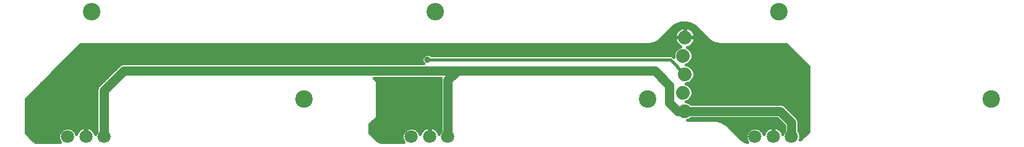
<source format=gbl>
G75*
%MOIN*%
%OFA0B0*%
%FSLAX24Y24*%
%IPPOS*%
%LPD*%
%AMOC8*
5,1,8,0,0,1.08239X$1,22.5*
%
%ADD10C,0.0709*%
%ADD11C,0.0945*%
%ADD12C,0.0740*%
%ADD13C,0.0500*%
%ADD14C,0.0160*%
%ADD15C,0.0337*%
D10*
X004762Y001086D03*
X005746Y001086D03*
X006730Y001086D03*
X023266Y001086D03*
X024250Y001086D03*
X025234Y001086D03*
X041770Y001086D03*
X042754Y001086D03*
X043738Y001086D03*
D11*
X035982Y003133D03*
X017478Y003133D03*
X024565Y007857D03*
X006061Y007857D03*
X043069Y007857D03*
X054486Y003133D03*
D12*
X038001Y002479D03*
X037901Y003479D03*
X038001Y004479D03*
X037901Y005479D03*
X038001Y006479D03*
D13*
X036376Y004668D02*
X037163Y003881D01*
X037163Y002936D01*
X037620Y002479D01*
X038001Y002479D01*
X043132Y002479D01*
X043738Y001873D01*
X043738Y001086D01*
X025746Y004668D02*
X025234Y004156D01*
X025234Y001086D01*
X025746Y004668D02*
X007793Y004668D01*
X006730Y003605D01*
X006730Y001086D01*
X025746Y004668D02*
X036376Y004668D01*
D14*
X002959Y000852D02*
X002896Y000914D01*
X002518Y001293D01*
X002518Y003133D01*
X005470Y006086D01*
X037617Y006086D01*
X037642Y006060D01*
X037712Y006009D01*
X037773Y005978D01*
X037612Y005912D01*
X037468Y005768D01*
X037437Y005692D01*
X035982Y005692D01*
X035982Y006086D01*
X036106Y006094D01*
X036228Y006118D01*
X036346Y006158D01*
X036457Y006213D01*
X036561Y006282D01*
X036654Y006364D01*
X037279Y006988D01*
X037392Y007085D01*
X037519Y007163D01*
X037657Y007220D01*
X037802Y007255D01*
X037951Y007267D01*
X038099Y007255D01*
X038244Y007220D01*
X038382Y007163D01*
X038509Y007085D01*
X038623Y006988D01*
X039180Y006431D01*
X039296Y006330D01*
X039424Y006244D01*
X039563Y006175D01*
X039709Y006126D01*
X039861Y006096D01*
X040015Y006086D01*
X040313Y006086D01*
X040313Y005692D01*
X038365Y005692D01*
X038333Y005768D01*
X038190Y005912D01*
X038119Y005941D01*
X038130Y005943D01*
X038212Y005970D01*
X038289Y006009D01*
X038359Y006060D01*
X038420Y006121D01*
X038471Y006191D01*
X038510Y006268D01*
X038537Y006350D01*
X038551Y006436D01*
X038551Y006459D01*
X038021Y006459D01*
X038021Y006499D01*
X038551Y006499D01*
X038551Y006522D01*
X038537Y006608D01*
X038510Y006690D01*
X038471Y006767D01*
X038420Y006838D01*
X038359Y006899D01*
X038289Y006950D01*
X038212Y006989D01*
X038130Y007016D01*
X038044Y007029D01*
X038021Y007029D01*
X038021Y006499D01*
X037981Y006499D01*
X037981Y007029D01*
X037957Y007029D01*
X037872Y007016D01*
X037790Y006989D01*
X037712Y006950D01*
X037642Y006899D01*
X037581Y006838D01*
X037530Y006767D01*
X037491Y006690D01*
X037464Y006608D01*
X037451Y006522D01*
X037451Y006499D01*
X037981Y006499D01*
X037981Y006459D01*
X037451Y006459D01*
X037451Y006436D01*
X037464Y006350D01*
X037491Y006268D01*
X037530Y006191D01*
X037581Y006121D01*
X037642Y006060D01*
X037712Y006009D01*
X037773Y005978D01*
X037612Y005912D01*
X037468Y005768D01*
X037391Y005581D01*
X037391Y005400D01*
X037304Y005487D01*
X024356Y005487D01*
X024314Y005528D01*
X024201Y005575D01*
X024078Y005575D01*
X023965Y005528D01*
X023878Y005441D01*
X023831Y005328D01*
X023831Y005205D01*
X023878Y005092D01*
X023912Y005058D01*
X007716Y005058D01*
X007572Y004999D01*
X007463Y004889D01*
X006400Y003826D01*
X006340Y003683D01*
X006340Y001395D01*
X006311Y001366D01*
X006258Y001238D01*
X006241Y001291D01*
X006203Y001366D01*
X006154Y001434D01*
X006094Y001493D01*
X006026Y001543D01*
X005951Y001581D01*
X005871Y001607D01*
X005788Y001620D01*
X005784Y001620D01*
X005784Y001124D01*
X005708Y001124D01*
X005708Y001620D01*
X005704Y001620D01*
X005621Y001607D01*
X005541Y001581D01*
X005466Y001543D01*
X005398Y001493D01*
X005338Y001434D01*
X005289Y001366D01*
X005251Y001291D01*
X005234Y001238D01*
X005181Y001366D01*
X005042Y001505D01*
X004860Y001580D01*
X004663Y001580D01*
X004482Y001505D01*
X004343Y001366D01*
X004267Y001184D01*
X004267Y000987D01*
X004343Y000805D01*
X004344Y000804D01*
X003074Y000804D01*
X003042Y000807D01*
X002983Y000831D01*
X002959Y000852D01*
X003025Y000814D02*
X004339Y000814D01*
X004273Y000973D02*
X002838Y000973D01*
X002679Y001131D02*
X004267Y001131D01*
X004311Y001290D02*
X002521Y001290D01*
X002518Y001448D02*
X004425Y001448D01*
X005098Y001448D02*
X005353Y001448D01*
X005250Y001290D02*
X005212Y001290D01*
X005708Y001290D02*
X005784Y001290D01*
X005784Y001448D02*
X005708Y001448D01*
X006139Y001448D02*
X006340Y001448D01*
X006280Y001290D02*
X006242Y001290D01*
X005784Y001131D02*
X005708Y001131D01*
X005708Y001607D02*
X005784Y001607D01*
X005872Y001607D02*
X006340Y001607D01*
X006340Y001765D02*
X002518Y001765D01*
X002518Y001607D02*
X005620Y001607D01*
X006340Y001924D02*
X002518Y001924D01*
X002518Y002082D02*
X006340Y002082D01*
X006340Y002241D02*
X002518Y002241D01*
X002518Y002399D02*
X006340Y002399D01*
X006340Y002558D02*
X002518Y002558D01*
X002518Y002716D02*
X006340Y002716D01*
X006340Y002875D02*
X002518Y002875D01*
X002518Y003033D02*
X006340Y003033D01*
X006340Y003192D02*
X002576Y003192D01*
X002735Y003350D02*
X006340Y003350D01*
X006340Y003509D02*
X002893Y003509D01*
X003052Y003667D02*
X006340Y003667D01*
X006399Y003826D02*
X003210Y003826D01*
X003369Y003984D02*
X006558Y003984D01*
X006716Y004143D02*
X003527Y004143D01*
X003686Y004301D02*
X006875Y004301D01*
X007033Y004460D02*
X003844Y004460D01*
X004003Y004618D02*
X007192Y004618D01*
X007350Y004777D02*
X004161Y004777D01*
X004320Y004935D02*
X007509Y004935D01*
X004795Y005411D02*
X023865Y005411D01*
X024064Y005569D02*
X004954Y005569D01*
X005112Y005728D02*
X037452Y005728D01*
X035982Y005728D01*
X035982Y005886D02*
X037586Y005886D01*
X005271Y005886D01*
X005429Y006045D02*
X037663Y006045D01*
X035982Y006045D01*
X036437Y006203D02*
X037524Y006203D01*
X037463Y006362D02*
X036652Y006362D01*
X036810Y006520D02*
X037451Y006520D01*
X037487Y006679D02*
X036969Y006679D01*
X037981Y006679D02*
X038021Y006679D01*
X038021Y006520D02*
X037981Y006520D01*
X038514Y006679D02*
X038933Y006679D01*
X039091Y006520D02*
X038551Y006520D01*
X038539Y006362D02*
X039259Y006362D01*
X039507Y006203D02*
X038477Y006203D01*
X038385Y006086D02*
X043463Y006086D01*
X044644Y004904D01*
X044644Y001361D01*
X044206Y000924D01*
X044232Y000987D01*
X044232Y001184D01*
X044157Y001366D01*
X044128Y001395D01*
X044128Y001950D01*
X044069Y002094D01*
X043959Y002204D01*
X043353Y002810D01*
X043209Y002869D01*
X043054Y002869D01*
X038332Y002869D01*
X038290Y002912D01*
X038102Y002989D01*
X038050Y002989D01*
X038190Y003047D01*
X038333Y003190D01*
X038411Y003378D01*
X038411Y003581D01*
X038333Y003768D01*
X038190Y003912D01*
X038050Y003969D01*
X038102Y003969D01*
X038290Y004047D01*
X038433Y004190D01*
X038511Y004378D01*
X038511Y004581D01*
X038433Y004768D01*
X038290Y004912D01*
X038102Y004989D01*
X038050Y004989D01*
X038190Y005047D01*
X038333Y005190D01*
X038411Y005378D01*
X038411Y005581D01*
X038333Y005768D01*
X038190Y005912D01*
X038119Y005941D01*
X038130Y005943D01*
X038212Y005970D01*
X038289Y006009D01*
X038359Y006060D01*
X038385Y006086D01*
X038338Y006045D02*
X040313Y006045D01*
X040313Y005886D02*
X038215Y005886D01*
X043662Y005886D01*
X043821Y005728D02*
X038350Y005728D01*
X040313Y005728D01*
X038411Y005569D02*
X043979Y005569D01*
X044138Y005411D02*
X038411Y005411D01*
X038359Y005252D02*
X044296Y005252D01*
X044455Y005094D02*
X038236Y005094D01*
X038233Y004935D02*
X044613Y004935D01*
X044644Y004777D02*
X038425Y004777D01*
X038495Y004618D02*
X044644Y004618D01*
X044644Y004460D02*
X038511Y004460D01*
X038479Y004301D02*
X044644Y004301D01*
X044644Y004143D02*
X038385Y004143D01*
X038138Y003984D02*
X044644Y003984D01*
X044644Y003826D02*
X038276Y003826D01*
X038375Y003667D02*
X044644Y003667D01*
X044644Y003509D02*
X038411Y003509D01*
X038399Y003350D02*
X044644Y003350D01*
X044644Y003192D02*
X038334Y003192D01*
X038156Y003033D02*
X044644Y003033D01*
X044644Y002875D02*
X038327Y002875D01*
X038332Y002089D02*
X042970Y002089D01*
X043348Y001711D01*
X043348Y001395D01*
X043319Y001366D01*
X043266Y001238D01*
X043249Y001291D01*
X043211Y001366D01*
X043161Y001434D01*
X043102Y001493D01*
X043034Y001543D01*
X042959Y001581D01*
X042879Y001607D01*
X042796Y001620D01*
X042792Y001620D01*
X042792Y001124D01*
X042716Y001124D01*
X042716Y001620D01*
X042712Y001620D01*
X042629Y001607D01*
X042549Y001581D01*
X042474Y001543D01*
X042406Y001493D01*
X042346Y001434D01*
X042297Y001366D01*
X042259Y001291D01*
X042242Y001238D01*
X042189Y001366D01*
X042050Y001505D01*
X041868Y001580D01*
X041671Y001580D01*
X041490Y001505D01*
X041351Y001366D01*
X041275Y001184D01*
X041275Y000987D01*
X041349Y000810D01*
X041213Y000846D01*
X041087Y000919D01*
X041032Y000967D01*
X040965Y001034D01*
X040374Y001625D01*
X040312Y001687D01*
X040218Y001782D01*
X040218Y001782D01*
X039986Y001915D01*
X039986Y001915D01*
X039727Y001985D01*
X038140Y001985D01*
X038290Y002047D01*
X038332Y002089D01*
X038325Y002082D02*
X042977Y002082D01*
X043136Y001924D02*
X039956Y001924D01*
X040234Y001765D02*
X043294Y001765D01*
X043348Y001607D02*
X042880Y001607D01*
X042792Y001607D02*
X042716Y001607D01*
X042628Y001607D02*
X040393Y001607D01*
X040312Y001687D02*
X040312Y001687D01*
X040551Y001448D02*
X041433Y001448D01*
X041319Y001290D02*
X040710Y001290D01*
X040868Y001131D02*
X041275Y001131D01*
X041281Y000973D02*
X041027Y000973D01*
X041333Y000814D02*
X041347Y000814D01*
X042716Y001131D02*
X042792Y001131D01*
X042792Y001290D02*
X042716Y001290D01*
X042716Y001448D02*
X042792Y001448D01*
X043147Y001448D02*
X043348Y001448D01*
X043288Y001290D02*
X043249Y001290D01*
X042361Y001448D02*
X042106Y001448D01*
X042220Y001290D02*
X042258Y001290D01*
X044128Y001448D02*
X044644Y001448D01*
X044572Y001290D02*
X044189Y001290D01*
X044232Y001131D02*
X044414Y001131D01*
X044255Y000973D02*
X044226Y000973D01*
X044128Y001607D02*
X044644Y001607D01*
X044644Y001765D02*
X044128Y001765D01*
X044128Y001924D02*
X044644Y001924D01*
X044644Y002082D02*
X044074Y002082D01*
X043922Y002241D02*
X044644Y002241D01*
X044644Y002399D02*
X043764Y002399D01*
X043605Y002558D02*
X044644Y002558D01*
X044644Y002716D02*
X043447Y002716D01*
X038001Y004479D02*
X037213Y005267D01*
X024140Y005267D01*
X023831Y005252D02*
X004637Y005252D01*
X004478Y005094D02*
X023878Y005094D01*
X024216Y005569D02*
X037391Y005569D01*
X037381Y005411D02*
X037391Y005411D01*
X038338Y006045D02*
X043504Y006045D01*
X038774Y006837D02*
X038421Y006837D01*
X038614Y006996D02*
X038192Y006996D01*
X038021Y006996D02*
X037981Y006996D01*
X037981Y006837D02*
X038021Y006837D01*
X037810Y006996D02*
X037287Y006996D01*
X037127Y006837D02*
X037581Y006837D01*
X037505Y007154D02*
X038397Y007154D01*
X024863Y004278D02*
X024844Y004234D01*
X024844Y001395D01*
X024815Y001366D01*
X024762Y001238D01*
X024745Y001291D01*
X024707Y001366D01*
X024657Y001434D01*
X024598Y001493D01*
X024530Y001543D01*
X024455Y001581D01*
X024375Y001607D01*
X024292Y001620D01*
X024288Y001620D01*
X024288Y001124D01*
X024212Y001124D01*
X024212Y001620D01*
X024208Y001620D01*
X024125Y001607D01*
X024045Y001581D01*
X023970Y001543D01*
X023902Y001493D01*
X023842Y001434D01*
X023793Y001366D01*
X023755Y001291D01*
X023738Y001238D01*
X023685Y001366D01*
X023546Y001505D01*
X023364Y001580D01*
X023167Y001580D01*
X022986Y001505D01*
X022847Y001366D01*
X022771Y001184D01*
X022771Y000987D01*
X022847Y000805D01*
X022848Y000804D01*
X021741Y000804D01*
X021669Y000808D01*
X021528Y000846D01*
X021402Y000919D01*
X021347Y000967D01*
X021280Y001034D01*
X021022Y001293D01*
X021022Y001755D01*
X021415Y002149D01*
X021415Y004117D01*
X021254Y004278D01*
X024863Y004278D01*
X024844Y004143D02*
X021390Y004143D01*
X021415Y003984D02*
X024844Y003984D01*
X024844Y003826D02*
X021415Y003826D01*
X021415Y003667D02*
X024844Y003667D01*
X024844Y003509D02*
X021415Y003509D01*
X021415Y003350D02*
X024844Y003350D01*
X024844Y003192D02*
X021415Y003192D01*
X021415Y003033D02*
X024844Y003033D01*
X024844Y002875D02*
X021415Y002875D01*
X021415Y002716D02*
X024844Y002716D01*
X024844Y002558D02*
X021415Y002558D01*
X021415Y002399D02*
X024844Y002399D01*
X024844Y002241D02*
X021415Y002241D01*
X021349Y002082D02*
X024844Y002082D01*
X024844Y001924D02*
X021190Y001924D01*
X021032Y001765D02*
X024844Y001765D01*
X024844Y001607D02*
X024376Y001607D01*
X024288Y001607D02*
X024212Y001607D01*
X024124Y001607D02*
X021022Y001607D01*
X021022Y001448D02*
X022929Y001448D01*
X022815Y001290D02*
X021025Y001290D01*
X021183Y001131D02*
X022771Y001131D01*
X022777Y000973D02*
X021342Y000973D01*
X021648Y000814D02*
X022843Y000814D01*
X024212Y001131D02*
X024288Y001131D01*
X024288Y001290D02*
X024212Y001290D01*
X024212Y001448D02*
X024288Y001448D01*
X024643Y001448D02*
X024844Y001448D01*
X024784Y001290D02*
X024745Y001290D01*
X023857Y001448D02*
X023602Y001448D01*
X023716Y001290D02*
X023754Y001290D01*
D15*
X023777Y002149D03*
X022596Y002149D03*
X021809Y002542D03*
X024565Y002542D03*
X023777Y003330D03*
X022596Y003330D03*
X021809Y004117D03*
X024565Y004117D03*
X024140Y005267D03*
X025352Y005692D03*
X028502Y005692D03*
X031652Y005692D03*
X034407Y005692D03*
X035195Y005692D03*
X036376Y005692D03*
X037163Y006086D03*
X038738Y005692D03*
X041100Y005692D03*
X043463Y005692D03*
X044250Y004904D03*
X042675Y004511D03*
X040707Y004511D03*
X044250Y003330D03*
X042675Y002975D03*
X040707Y002975D03*
X041100Y001755D03*
X042281Y001755D03*
X043108Y001755D03*
X044447Y001519D03*
X022203Y005692D03*
X020628Y005692D03*
X019053Y005692D03*
X016297Y005298D03*
X013541Y005692D03*
X010785Y005298D03*
X008029Y005692D03*
X005274Y005692D03*
X004092Y004511D03*
X006061Y004117D03*
X005274Y003330D03*
X002911Y003330D03*
X006061Y002542D03*
X002911Y002149D03*
X004092Y001755D03*
X005274Y001755D03*
M02*

</source>
